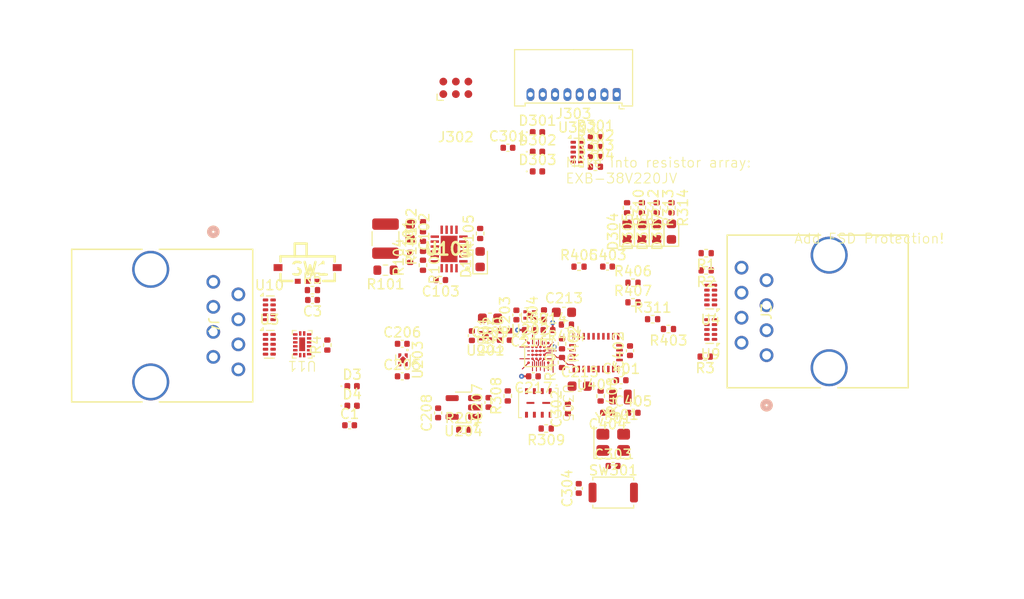
<source format=kicad_pcb>
(kicad_pcb (version 20241229) (generator "pcbnew") (generator_version "9.0")
  (title_block (title "VoxSense Sensor Board") (date "2025-12-20") (rev "1.0") (company "Czech Technical University in Prague"))
  (layers (0 "F.Cu" signal) (4 "In1.Cu" signal) (6 "In2.Cu" signal) (2 "B.Cu" signal) (13 "F.Paste" user) (15 "B.Paste" user) (5 "F.SilkS" user "F.Silkscreen") (7 "B.SilkS" user "B.Silkscreen") (1 "F.Mask" user) (3 "B.Mask" user) (25 "Edge.Cuts" user))
  (net 0 "")
  (net 1 "VCC")
  (net 2 "Net-(C101-Pad2)")
  (net 3 "GND")
  (net 4 "Net-(U101-DVDT)")
  (net 5 "+5V")
  (net 6 "+1V2_CORE")
  (net 7 "+2V5_NVCM")
  (net 8 "+3V3")
  (net 10 "~{CRESET}")
  (net 11 "Net-(U401-CAP)")
  (net 12 "/Sensor/XIN32")
  (net 13 "Net-(D101-A)")
  (net 14 "/System/CDONE")
  (net 15 "/System/LED")
  (net 16 "Net-(D305-A)")
  (net 17 "Net-(D306-A)")
  (net 18 "/System/RX_LED")
  (net 19 "Net-(D307-A)")
  (net 20 "/System/TX_LED")
  (net 21 "/Connectivity/ARCHITECTURE_SEL")
  (net 22 "/Connectivity/~{VOX_CLK}_NOESD_OUT")
  (net 23 "/Connectivity/~{VOX_TX}_NOESD_OUT")
  (net 24 "/Connectivity/VOX_TX_NOESD_OUT")
  (net 25 "/Connectivity/VOX_RX_NOESD_OUT")
  (net 26 "/Connectivity/VOX_CLK_NOESD_OUT")
  (net 27 "/System/FLASH_MISO_NOESD")
  (net 28 "/System/FLASH_MOSI_NOESD")
  (net 29 "/System/FLASH_SCK_NOESD")
  (net 30 "/System/FLASH_~{CS}_NOESD")
  (net 31 "/eFuse/UVLO")
  (net 32 "/eFuse/OVP")
  (net 33 "Net-(U101-ILIM)")
  (net 34 "Net-(R301-Pad2)")
  (net 35 "/System/FLASH_~{CS}")
  (net 36 "/System/FLASH_MOSI")
  (net 37 "Net-(R302-Pad2)")
  (net 38 "/System/FLASH_MISO")
  (net 39 "Net-(R303-Pad2)")
  (net 40 "/System/FLASH_SCK")
  (net 41 "Net-(R304-Pad2)")
  (net 42 "Net-(U305-~{WP})")
  (net 43 "Net-(U305-~{HOLD})")
  (net 44 "/Connectivity/~{VOX_RX}_NOESD_OUT")
  (net 45 "/System/OSC_OUT")
  (net 46 "BNO_SDA")
  (net 47 "BNO_SCL")
  (net 48 "Net-(U401-~{BOOT})")
  (net 49 "Net-(U401-SA0{slash}H_MOSI)")
  (net 50 "BNO_~{RST}")
  (net 51 "Net-(U401-ENV_SDA)")
  (net 52 "Net-(U401-ENV_SCL)")
  (net 53 "/Sensor/XOUT32")
  (net 58 "/Connectivity/VOX_TX_NOESD_IN")
  (net 59 "/Connectivity/~{VOX_CLK}_NOESD_IN")
  (net 62 "/Connectivity/VOX_CLK_NOESD_IN")
  (net 65 "/Connectivity/~{VOX_RX}_NOESD_IN")
  (net 66 "/Connectivity/~{VOX_TX}_NOESD_IN")
  (net 67 "/Connectivity/VOX_RX_NOESD_IN")
  (net 69 "Net-(U11-C0_P)")
  (net 70 "Net-(U11-C0_N)")
  (net 71 "Net-(SW1-CNT)")
  (net 72 "12MHZ_CLK")
  (net 75 "/Power/CT")
  (net 76 "/Sensor/XOUT32_INT")
  (net 77 "/Connectivity/VOX_TX_P")
  (net 78 "/Connectivity/VOX_CLK_P")
  (net 82 "/Connectivity/VOX_RX_OUT")
  (net 84 "/Connectivity/~{VOX_RX_OUT}")
  (net 89 "/Connectivity/VOX_RX_P")
  (net 90 "/Connectivity/VOX_TX_FPGA_P")
  (net 92 "/Connectivity/VOX_TX_N")
  (net 93 "/Connectivity/VOX_CLK_N")
  (net 94 "/Connectivity/VOX_RX_N")
  (net 95 "/Connectivity/VOX_TX_FPGA_N")
  (footprint "Custom_VoxLink_Footprints:U-PDFN-8" (layer "F.Cu") (at 114.4 80.7 -90)
    (property "Reference" "U305")
    (property "Value" "N25Q032A")
  )
  (footprint "Package_TO_SOT_SMD:SOT-23-5" (layer "F.Cu") (at 106.8 81.1625 180)
    (property "Reference" "U204")
    (property "Value" "TLV840")
  )
  (footprint "Capacitor_SMD:C_0402_1005Metric" (layer "F.Cu") (at 95.26 82.97)
    (property "Reference" "C1")
    (property "Value" "100n")
  )
  (footprint "Resistor_SMD:R_0402_1005Metric" (layer "F.Cu") (at 120.19 54.73)
    (property "Reference" "R302")
    (property "Value" "22R")
  )
  (footprint "Capacitor_SMD:C_0402_1005Metric" (layer "F.Cu") (at 109.35 80.65 90)
    (property "Reference" "C207")
    (property "Value" "100n")
  )
  (footprint "Custom_VoxLink_Footprints:ICE40UL1K_UCBGA-36" (layer "F.Cu") (at 114.41 75.62)
    (property "Reference" "U301")
    (property "Value" "ICE40UL1K-CM36AI")
  )
  (footprint "Capacitor_SMD:C_0402_1005Metric" (layer "F.Cu") (at 122.8 78.4)
    (property "Reference" "C401")
    (property "Value" "100n")
  )
  (footprint "Capacitor_SMD:C_0402_1005Metric" (layer "F.Cu") (at 123.7 75.4 90)
    (property "Reference" "C402")
    (property "Value" "100n")
  )
  (footprint "rj45_molex_unshielded:CONN_855035-101_MOL" (layer "F.Cu") (at 81.435101 68.4099 -90)
    (property "Reference" "J4")
    (property "Value" "RJ45_Input")
  )
  (footprint "LED_SMD:LED_0603_1608Metric" (layer "F.Cu") (at 126.4 63.3125 90)
    (property "Reference" "D306")
    (property "Value" "RX")
  )
  (footprint "Package_SON:Texas_X2SON-4_1x1mm_P0.65mm" (layer "F.Cu") (at 113.545 71.775 180)
    (property "Reference" "U202")
    (property "Value" "TPS7A20L_2V2")
  )
  (footprint "Capacitor_SMD:C_0402_1005Metric" (layer "F.Cu") (at 104.2375 81.7125 90)
    (property "Reference" "C208")
    (property "Value" "33n")
  )
  (footprint "Diode_SMD:D_0402_1005Metric" (layer "F.Cu") (at 95.515 80.99)
    (property "Reference" "D4")
    (property "Value" "TVS")
  )
  (footprint "LED_SMD:LED_0603_1608Metric" (layer "F.Cu") (at 123.4 63.3125 90)
    (property "Reference" "D304")
    (property "Value" "LED")
  )
  (footprint "Resistor_SMD:R_0603_1608Metric" (layer "F.Cu") (at 98.9 67.225 180)
    (property "Reference" "R101")
    (property "Value" "1R")
  )
  (footprint "Resistor_SMD:R_0402_1005Metric" (layer "F.Cu") (at 131.325 76 180)
    (property "Reference" "R3")
    (property "Value" "0R")
  )
  (footprint "Resistor_SMD:R_0402_1005Metric" (layer "F.Cu") (at 127.6 73.2 180)
    (property "Reference" "R403")
    (property "Value" "10k")
  )
  (footprint "Package_SON:USON-10_2.5x1.0mm_P0.5mm" (layer "F.Cu") (at 87.115 74.75)
    (property "Reference" "U3")
    (property "Value" "TPD4E02B04")
  )
  (footprint "Resistor_SMD:R_0402_1005Metric" (layer "F.Cu") (at 106.8375 83.4125)
    (property "Reference" "R201")
    (property "Value" "10k")
  )
  (footprint "Resistor_SMD:R_0402_1005Metric" (layer "F.Cu") (at 131.425 65.5 180)
    (property "Reference" "R1")
    (property "Value" "0R")
  )
  (footprint "Package_LGA:LGA-28_5.2x3.8mm_P0.5mm" (layer "F.Cu") (at 120.25 75.6 180)
    (property "Reference" "U401")
    (property "Value" "BNO086")
  )
  (footprint "Package_SON:USON-10_2.5x1.0mm_P0.5mm" (layer "F.Cu") (at 131.885 69.75 180)
    (property "Reference" "U4")
    (property "Value" "TPD4E02B04")
  )
  (footprint "Custom_VoxLink_Footprints:HUQFN-16" (layer "F.Cu") (at 90.45 74.75 180)
    (property "Reference" "U11")
    (property "Value" "CBTU02044")
  )
  (footprint "Capacitor_SMD:C_0402_1005Metric" (layer "F.Cu") (at 111.32 54.8)
    (property "Reference" "C301")
    (property "Value" "100n")
  )
  (footprint "Resistor_SMD:R_0402_1005Metric" (layer "F.Cu") (at 123.4 60.89 -90)
    (property "Reference" "R310")
    (property "Value" "510R")
  )
  (footprint "Resistor_SMD:R_0402_1005Metric" (layer "F.Cu") (at 124 70.49)
    (property "Reference" "R407")
    (property "Value" "4k7")
  )
  (footprint "Resistor_SMD:R_0402_1005Metric" (layer "F.Cu") (at 93 74.825 90)
    (property "Reference" "R4")
    (property "Value" "0R")
  )
  (footprint "Capacitor_SMD:C_0402_1005Metric" (layer "F.Cu") (at 107.66 73.875 -90)
    (property "Reference" "C201")
    (property "Value" "1u")
  )
  (footprint "Resistor_SMD:R_0402_1005Metric" (layer "F.Cu") (at 116.8 76.6 90)
    (property "Reference" "R401")
    (property "Value" "4k7")
  )
  (footprint "Capacitor_SMD:C_0603_1608Metric" (layer "F.Cu") (at 117 71.5)
    (property "Reference" "C213")
    (property "Value" "4u7")
  )
  (footprint "Capacitor_SMD:C_0402_1005Metric" (layer "F.Cu") (at 118.5 89.38 90)
    (property "Reference" "C304")
    (property "Value" "100n")
  )
  (footprint "Package_SON:Texas_X2SON-4_1x1mm_P0.65mm" (layer "F.Cu") (at 109.03 73.875 180)
    (property "Reference" "U201")
    (property "Value" "TPS7A20L_1V2")
  )
  (footprint "Capacitor_SMD:C_0402_1005Metric" (layer "F.Cu") (at 113.48 73.3 180)
    (property "Reference" "C216")
    (property "Value" "100n")
  )
  (footprint "Capacitor_SMD:C_0402_1005Metric" (layer "F.Cu") (at 121.98 87.1)
    (property "Reference" "C303")
    (property "Value" "100n")
  )
  (footprint "Capacitor_SMD:C_0402_1005Metric" (layer "F.Cu") (at 111.5 73.85 90)
    (property "Reference" "C210")
    (property "Value" "100n")
  )
  (footprint "Resistor_SMD:R_0402_1005Metric" (layer "F.Cu") (at 120.72 80 -90)
    (property "Reference" "R408")
    (property "Value" "22R")
  )
  (footprint "Resistor_SMD:R_0402_1005Metric" (layer "F.Cu") (at 101.4 65.925 90)
    (property "Reference" "R104")
    (property "Value" "100k")
  )
  (footprint "Capacitor_SMD:C_0603_1608Metric" (layer "F.Cu") (at 109.5 72.1 180)
    (property "Reference" "C209")
    (property "Value" "4u7")
  )
  (footprint "Oscillator:Oscillator_SMD_Abracon_ASE-4Pin_3.2x2.5mm" (layer "F.Cu") (at 122 84.7)
    (property "Reference" "Y301")
    (property "Value" "ASCO")
  )
  (footprint "TPS25942ARVCR:QFN50P300X400X80-21N" (layer "F.Cu") (at 105.35 65.075 180)
    (property "Reference" "U101")
    (property "Value" "TPS25942ARVCR" (hide yes))
  )
  (footprint "Resistor_SMD:R_0402_1005Metric" (layer "F.Cu") (at 91.49 69.25)
    (property "Reference" "R5")
    (property "Value" "10k")
  )
  (footprint "Resistor_SMD:R_0402_1005Metric" (layer "F.Cu") (at 120.19 56.73)
    (property "Reference" "R304")
    (property "Value" "22R")
  )
  (footprint "Capacitor_SMD:C_0402_1005Metric" (layer "F.Cu") (at 121.42 81.7 180)
    (property "Reference" "C404")
    (property "Value" "15pF")
  )
  (footprint "Resistor_SMD:R_0402_1005Metric" (layer "F.Cu") (at 125.99 72.2)
    (property "Reference" "R311")
    (property "Value" "22R")
  )
  (footprint "Diode_SMD:D_0402_1005Metric" (layer "F.Cu") (at 95.515 79)
    (property "Reference" "D3")
    (property "Value" "TVS")
  )
  (footprint "Connector_Molex:Molex_PicoBlade_53048-0810_1x08_P1.25mm_Horizontal" (layer "F.Cu") (at 122.35 49.4 180)
    (property "Reference" "J303")
    (property "Value" "PicoBlade")
  )
  (footprint "Resistor_SMD:R_0402_1005Metric" (layer "F.Cu") (at 127.9 60.89 -90)
    (property "Reference" "R314")
    (property "Value" "510R")
  )
  (footprint "Capacitor_SMD:C_0402_1005Metric" (layer "F.Cu") (at 124.02 81.7)
    (property "Reference" "C405")
    (property "Value" "15pF")
  )
  (footprint "Connector:Tag-Connect_TC2030-IDC-FP_2x03_P1.27mm_Vertical" (layer "F.Cu") (at 106.035 48.716)
    (property "Reference" "J302")
    (property "Value" "TC2030")
  )
  (footprint "Capacitor_SMD:C_0402_1005Metric" (layer "F.Cu") (at 104.5 68.225 180)
    (property "Reference" "C103")
    (property "Value" "1n")
  )
  (footprint "Resistor_SMD:R_0402_1005Metric" (layer "F.Cu") (at 115.2 83.3 180)
    (property "Reference" "R309")
    (property "Value" "10k")
  )
  (footprint "Resistor_SMD:R_0402_1005Metric" (layer "F.Cu") (at 102.7 64.805 90)
    (property "Reference" "R103")
    (property "Value" "25k5")
  )
  (footprint "Resistor_SMD:R_0402_1005Metric" (layer "F.Cu") (at 108.5 63.5 90)
    (property "Reference" "R105")
    (property "Value" "10k")
  )
  (footprint "Resistor_SMD:R_0402_1005Metric" (layer "F.Cu") (at 117.25 72.75 180)
    (property "Reference" "R404")
    (property "Value" "10k")
  )
  (footprint "Crystal:Crystal_SMD_MicroCrystal_CC8V-T1A-2Pin_2.0x1.2mm" (layer "F.Cu") (at 122.72 80.1 180)
    (property "Reference" "Y401")
    (property "Value" "32.768 kHz")
  )
  (footprint "Package_SON:Texas_X2SON-4_1x1mm_P0.65mm" (layer "F.Cu") (at 100.675 76.33 -90)
    (property "Reference" "U203")
    (property "Value" "TPS7A20L_3V3")
  )
  (footprint "Capacitor_SMD:C_0402_1005Metric" (layer "F.Cu") (at 114.975 71.75 90)
    (property "Reference" "C204")
    (property "Value" "1u")
  )
  (footprint "Resistor_SMD:R_0402_1005Metric" (layer "F.Cu") (at 120.19 53.73)
    (property "Reference" "R301")
    (property "Value" "22R")
  )
  (footprint "Capacitor_SMD:C_0402_1005Metric" (layer "F.Cu") (at 100.6 74.7)
    (property "Reference" "C206")
    (property "Value" "1u")
  )
  (footprint "rj45_molex_unshielded:CONN_855035-101_MOL" (layer "F.Cu") (at 137.55 75.86 90)
    (property "Reference" "J3")
    (property "Value" "RJ45_Output")
  )
  (footprint "Capacitor_SMD:C_0402_1005Metric" (layer "F.Cu") (at 121.42 66.86)
    (property "Reference" "C403")
    (property "Value" "100n")
  )
  (footprint "LED_SMD:LED_0603_1608Metric" (layer "F.Cu") (at 124.9 63.3125 90)
    (property "Reference" "D305")
    (property "Value" "LED")
  )
  (footprint "Capacitor_SMD:C_1210_3225Metric" (layer "F.Cu") (at 98.9 64.025 -90)
    (property "Reference" "C101")
    (property "Value" "2u2")
  )
  (footprint "Diode_SMD:D_0402_1005Metric" (layer "F.Cu") (at 114.315 55.21)
    (property "Reference" "D302")
    (property "Value" "TVS")
  )
  (footprint "Capacitor_SMD:C_0402_1005Metric" (layer "F.Cu") (at 115.38 73.3)
    (property "Reference" "C214")
    (property "Value" "100n")
  )
  (footprint "Custom_VoxLink_Footprints:SSAJ110100_1" (layer "F.Cu") (at 88.25 65.821 180)
    (property "Reference" "SW1")
    (property "Value" "Slide Switch" (hide yes))
  )
  (footprint "Capacitor_SMD:C_0402_1005Metric" (layer "F.Cu") (at 112.175 71.775 90)
    (property "Reference" "C203")
    (property "Value" "1u")
  )
  (footprint "Capacitor_SMD:C_0402_1005Metric" (layer "F.Cu") (at 100.6 78)
    (property "Reference" "C205")
    (property "Value" "1u")
  )
  (footprint "Diode_SMD:D_0402_1005Metric" (layer "F.Cu") (at 114.315 53.22)
    (property "Reference" "D301")
    (property "Value" "TVS")
  )
  (footprint "Resistor_SMD:R_0402_1005Metric" (layer "F.Cu") (at 116.8 74.7 -90)
    (property "Reference" "R402")
    (property "Value" "4k7")
  )
  (footprint "Resistor_SMD:R_0402_1005Metric" (layer "F.Cu") (at 102.7 66.725 -90)
    (property "Reference" "R106")
    (property "Value" "150k")
  )
  (footprint "Resistor_SMD:R_0402_1005Metric" (layer "F.Cu") (at 126.4 60.89 -90)
    (property "Reference" "R313")
    (property "Value" "510R")
  )
  (footprint "Resistor_SMD:R_0402_1005Metric" (layer "F.Cu") (at 118.53 66.87)
    (property "Reference" "R405")
    (property "Value" "10k")
  )
  (footprint "Capacitor_SMD:C_0402_1005Metric" (layer "F.Cu") (at 91.5 70.25 180)
    (property "Reference" "C3")
    (property "Value" "100n")
  )
  (footprint "Capacitor_SMD:C_0402_1005Metric" (layer "F.Cu") (at 117.4 81.3 90)
    (property "Reference" "C302")
    (property "Value" "100n")
  )
  (footprint "Capacitor_SMD:C_0402_1005Metric" (layer "F.Cu") (at 113.9 78 180)
    (property "Reference" "C217")
    (property "Value" "100n")
  )
  (footprint "Capacitor_SMD:C_0402_1005Metric" (layer "F.Cu") (at 110.5 73.85 90)
    (property "Reference" "C202")
    (property "Value" "1u")
  )
  (footprint "LED_SMD:LED_0603_1608Metric" (layer "F.Cu") (at 108.5 66.1125 90)
    (property "Reference" "D101")
    (property "Value" "LED")
  )
  (footprint "Package_SON:USON-10_2.5x1.0mm_P0.5mm" (layer "F.Cu") (at 87.115 71.25)
    (property "Reference" "U10")
    (property "Value" "TPD4E02B04")
  )
  (footprint "Diode_SMD:D_0402_1005Metric" (layer "F.Cu") (at 114.315 57.2)
    (property "Reference" "D303")
    (property "Value" "TVS")
  )
  (footprint "Capacitor_SMD:C_0603_1608Metric" (layer "F.Cu") (at 118.6 79)
    (property "Reference" "C215")
    (property "Value" "4u7")
  )
  (footprint "Resistor_SMD:R_0402_1005Metric" (layer "F.Cu") (at 120.19 55.74)
    (property "Reference" "R303")
    (property "Value" "22R")
  )
  (footprint "Capacitor_SMD:C_0603_1608Metric" (layer "F.Cu") (at 101.4 63.325 -90)
    (property "Reference" "C102")
    (property "Value" "100n")
  )
  (footprint "Resistor_SMD:R_0402_1005Metric" (layer "F.Cu") (at 102.7 62.815 90)
    (property "Reference" "R102")
    (property "Value" "422k")
  )
  (footprint "Resistor_SMD:R_0402_1005Metric" (layer "F.Cu") (at 131.425 67.25 180)
    (property "Reference" "R2")
    (property "Value" "0R")
  )
  (footprint "Resistor_SMD:R_0402_1005Metric" (layer "F.Cu") (at 124 68.5)
    (property "Reference" "R406")
    (property "Value" "4k7")
  )
  (footprint "Resistor_SMD:R_0402_1005Metric" (layer "F.Cu") (at 111.3 79.99 90)
    (property "Reference" "R308")
    (property "Value" "10k")
  )
  (footprint "Package_SON:USON-10_2.5x1.0mm_P0.5mm" (layer "F.Cu") (at 118.325 55.24)
    (property "Reference" "U302")
    (property "Value" "TPD4E02B04")
  )
  (footprint "LED_SMD:LED_0603_1608Metric" (layer "F.Cu") (at 127.9 63.3125 90)
    (property "Reference" "D307")
    (property "Value" "TX")
  )
  (footprint "Package_SON:USON-10_2.5x1.0mm_P0.5mm" (layer "F.Cu") (at 131.885 73.25 180)
    (property "Reference" "U9")
    (property "Value" "TPD4E02B04")
  )
  (footprint "Resistor_SMD:R_0402_1005Metric" (layer "F.Cu") (at 124.9 60.89 -90)
    (property "Reference" "R312")
    (property "Value" "510R")
  )
  (footprint "Button_Switch_SMD:SW_Push_SPST_NO_Alps_SKRK" (layer "F.Cu") (at 122 89.8)
    (property "Reference" "SW301")
    (property "Value" "Reset")
  )
  (gr_text "Make into resistor array:\nEXB-38V220JV" (at 117.1 58.5 0) (layer "F.SilkS") (effects (font (size 1 1) (thickness 0.1)) (justify left bottom)))
  (gr_text "Add ESD Protection!" (at 140.3 64.6 0) (layer "F.SilkS") (effects (font (size 1 1) (thickness 0.1)) (justify left bottom)))
  (segment (start 115.98 75.02) (end 115.78 75.22) (width 0.1) (layer "F.Cu") (net 3))
  (segment (start 116 75.02) (end 115.98 75.02) (width 0.1) (layer "F.Cu") (net 3))
  (segment (start 115.78 75.22) (end 115.225743 75.22) (width 0.1) (layer "F.Cu") (net 3))
  (segment (start 115.86 73.3) (end 115.86 72.56) (width 0.2) (layer "F.Cu") (net 3))
  (segment (start 115.025743 75.42) (end 115.01 75.42) (width 0.1) (layer "F.Cu") (net 3))
  (segment (start 112.7 78) (end 113.42 78) (width 0.2) (layer "F.Cu") (net 3))
  (segment (start 113 73.3) (end 112.3 73.3) (width 0.2) (layer "F.Cu") (net 3))
  (segment (start 115.225743 75.22) (end 115.025743 75.42) (width 0.1) (layer "F.Cu") (net 3))
  (segment (start 115.86 72.56) (end 115.85 72.55) (width 0.2) (layer "F.Cu") (net 3))
  (segment (start 114.21 75.42) (end 115.01 75.42) (width 0.1) (layer "F.Cu") (net 3))
  (via (at 112.7 78) (size 0.5) (drill 0.2) (layers "F.Cu" "B.Cu") (net 3))
  (via (at 115.85 72.55) (size 0.5) (drill 0.2) (layers "F.Cu" "B.Cu") (net 3))
  (via (at 112.3 73.3) (size 0.5) (drill 0.2) (layers "F.Cu" "B.Cu") (net 3))
  (via (at 116 75.02) (size 0.5) (drill 0.2) (layers "F.Cu" "B.Cu") (net 3))
  (segment (start 114.21 75.82) (end 113.81 75.82) (width 0.1) (layer "F.Cu") (net 6))
  (segment (start 114.61 75.82) (end 114.21 75.82) (width 0.1) (layer "F.Cu") (net 6))
  (segment (start 114.81 74.804257) (end 114.81 74.12) (width 0.1) (layer "F.Cu") (net 7))
  (segment (start 114.61 75.004257) (end 114.81 74.804257) (width 0.1) (layer "F.Cu") (net 7))
  (segment (start 114.61 75.02) (end 114.61 75.004257) (width 0.1) (layer "F.Cu") (net 7))
  (segment (start 114.41 76.42) (end 114.41 76.49) (width 0.1) (layer "F.Cu") (net 8))
  (segment (start 114.21 75.015534) (end 114.41 74.815534) (width 0.1) (layer "F.Cu") (net 8))
  (segment (start 114.21 76.22) (end 114.41 76.42) (width 0.1) (layer "F.Cu") (net 8))
  (segment (start 114.61 76.22) (end 114.41 76.42) (width 0.1) (layer "F.Cu") (net 8))
  (segment (start 114.21 75.02) (end 114.21 75.015534) (width 0.1) (layer "F.Cu") (net 8))
  (segment (start 114.41 74.815534) (end 114.41 74.2) (width 0.1) (layer "F.Cu") (net 8))
  (segment (start 114.41 76.49) (end 114.41 76.95) (width 0.1) (layer "F.Cu") (net 8))
  (segment (start 114.61 76.62) (end 114.61 77.39) (width 0.1) (layer "F.Cu") (net 10))
  (segment (start 115.36 75.62) (end 115.67 75.62) (width 0.1) (layer "F.Cu") (net 14))
  (segment (start 115.01 75.82) (end 115.014466 75.82) (width 0.1) (layer "F.Cu") (net 14))
  (segment (start 115.214466 75.62) (end 115.36 75.62) (width 0.1) (layer "F.Cu") (net 14))
  (segment (start 115.014466 75.82) (end 115.214466 75.62) (width 0.1) (layer "F.Cu") (net 14))
  (segment (start 113.81 74.62) (end 113.81 73.81) (width 0.1) (layer "F.Cu") (net 15))
  (segment (start 113.41 75.02) (end 112.52 75.02) (width 0.1) (layer "F.Cu") (net 18))
  (segment (start 113.41 74.62) (end 112.79 74) (width 0.1) (layer "F.Cu") (net 20))
  (segment (start 115.01 76.62) (end 115.01 77.49) (width 0.1) (layer "F.Cu") (net 35))
  (segment (start 115.41 76.62) (end 115.41 77.41) (width 0.1) (layer "F.Cu") (net 36))
  (segment (start 114.81 76.435743) (end 114.81 76.93) (width 0.1) (layer "F.Cu") (net 38))
  (segment (start 115.01 76.235743) (end 114.81 76.435743) (width 0.1) (layer "F.Cu") (net 38))
  (segment (start 115.01 76.22) (end 115.01 76.235743) (width 0.1) (layer "F.Cu") (net 38))
  (segment (start 115.41 76.22) (end 115.72 76.22) (width 0.1) (layer "F.Cu") (net 40))
  (segment (start 115.9 76.4) (end 115.9 77.6) (width 0.1) (layer "F.Cu") (net 40))
  (segment (start 115.72 76.22) (end 115.9 76.4) (width 0.1) (layer "F.Cu") (net 40))
  (segment (start 118 77.2625) (end 118 76.9) (width 0.1) (layer "F.Cu") (net 46))
  (segment (start 116.02 75.82) (end 116.29 76.09) (width 0.1) (layer "F.Cu") (net 46))
  (segment (start 116.8 76.2) (end 116.8 76.09) (width 0.1) (layer "F.Cu") (net 46))
  (segment (start 118 76.9) (end 117.9 76.8) (width 0.1) (layer "F.Cu") (net 46))
  (segment (start 117.4 76.8) (end 116.8 76.2) (width 0.1) (layer "F.Cu") (net 46))
  (segment (start 116.29 76.09) (end 116.8 76.09) (width 0.1) (layer "F.Cu") (net 46))
  (segment (start 116.02 75.82) (end 115.41 75.82) (width 0.1) (layer "F.Cu") (net 46))
  (segment (start 117.9 76.8) (end 117.4 76.8) (width 0.1) (layer "F.Cu") (net 46))
  (segment (start 115.41 75.42) (end 116.22 75.42) (width 0.1) (layer "F.Cu") (net 47))
  (segment (start 115.41 75.02) (end 115.53 75.02) (width 0.1) (layer "F.Cu") (net 50))
  (segment (start 115.6 74.95) (end 115.6 74.85) (width 0.1) (layer "F.Cu") (net 50))
  (segment (start 115.53 75.02) (end 115.6 74.95) (width 0.1) (layer "F.Cu") (net 50))
  (segment (start 115.6 74.85) (end 115.9 74.55) (width 0.1) (layer "F.Cu") (net 50))
  (segment (start 113.81 76.62) (end 113.81 77.44) (width 0.1) (layer "F.Cu") (net 72))
  (segment (start 113.81 76.235743) (end 114.01 76.435743) (width 0.1) (layer "F.Cu") (net 78))
  (segment (start 114.01 76.435743) (end 114.01 76.54) (width 0.1) (layer "F.Cu") (net 78))
  (segment (start 114.01 76.54) (end 114.01 77) (width 0.1) (layer "F.Cu") (net 78))
  (segment (start 113.81 76.22) (end 113.81 76.235743) (width 0.1) (layer "F.Cu") (net 78))
  (segment (start 113.41 76.62) (end 112.78 77.25) (width 0.1) (layer "F.Cu") (net 89))
  (segment (start 114.21 76.62) (end 114.21 77.46) (width 0.1) (layer "F.Cu") (net 93))
  (segment (start 113.41 76.22) (end 112.53 76.22) (width 0.1) (layer "F.Cu") (net 94))
)
</source>
